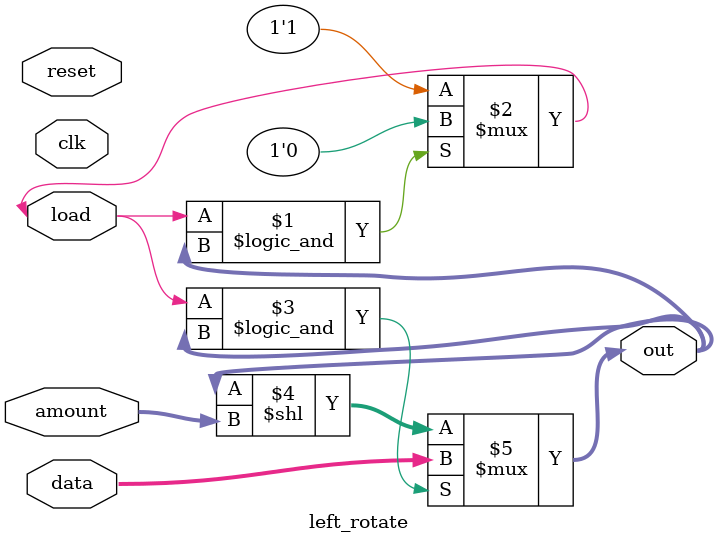
<source format=v>
module left_rotate(clk,reset,amount,data,load,out);
input clk,reset;
input [2:0] amount;
input [7:0] data;
input load;
output reg [7:0] out;
// when load is high, load data to out
// otherwise rotate the out register followed by left shift the out register by amount bits
assign load = (load && out) ? 1'b0 : 1'b1;
assign out = (load && out) ? data : out << amount;
endmodule

</source>
